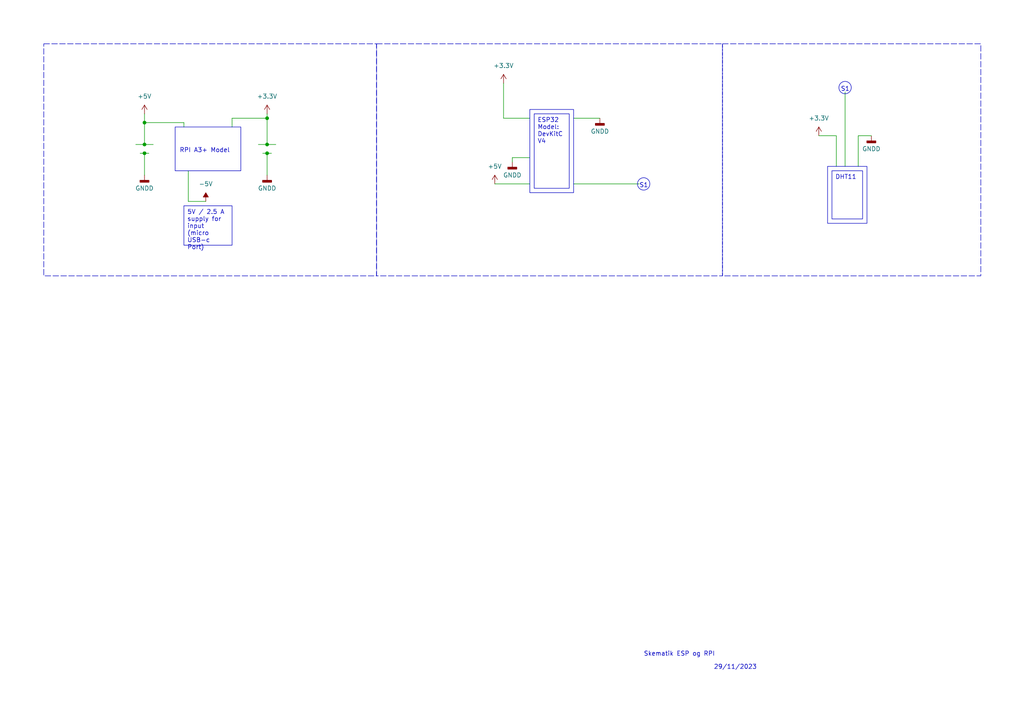
<source format=kicad_sch>
(kicad_sch (version 20230121) (generator eeschema)
  (paper "A4")
  (lib_symbols
    (symbol "power:+3.3V" (power) (pin_names (offset 0))
      (property "Value" "+3.3V" (at 0 3.556 0))
      (symbol "+3.3V_0_1"
        (polyline (pts (xy -0.762 1.27) (xy 0 2.54)))
        (polyline (pts (xy 0 0) (xy 0 2.54)))
        (polyline (pts (xy 0 2.54) (xy 0.762 1.27)))
      )
      (symbol "+3.3V_1_1"
        (pin power_in line (at 0 0 90) (length 0) hide (name "+3.3V") (number "1"))
      )
    )
    (symbol "power:+5V" (power) (pin_names (offset 0))
      (property "Value" "+5V" (at 0 3.556 0))
      (symbol "+5V_0_1"
        (polyline (pts (xy -0.762 1.27) (xy 0 2.54)))
        (polyline (pts (xy 0 0) (xy 0 2.54)))
        (polyline (pts (xy 0 2.54) (xy 0.762 1.27)))
      )
      (symbol "+5V_1_1"
        (pin power_in line (at 0 0 90) (length 0) hide (name "+5V") (number "1"))
      )
    )
    (symbol "power:-5V" (power) (pin_names (offset 0))
      (property "Value" "-5V" (at 0 3.81 0))
      (symbol "-5V_0_0"
        (pin power_in line (at 0 0 90) (length 0) hide (name "-5V") (number "1"))
      )
      (symbol "-5V_0_1"
        (polyline (pts (xy 0 0) (xy 0 1.27) (xy 0.762 1.27) (xy 0 2.54) (xy -0.762 1.27) (xy 0 1.27)) (fill (type outline)))
      )
    )
    (symbol "power:GNDD" (power) (pin_names (offset 0))
      (property "Value" "GNDD" (at 0 -3.175 0))
      (symbol "GNDD_0_1"
        (rectangle (start -1.27 -1.524) (end 1.27 -2.032) (stroke (width 0.254)) (fill (type outline)))
        (polyline (pts (xy 0 0) (xy 0 -1.524)))
      )
      (symbol "GNDD_1_1"
        (pin power_in line (at 0 0 270) (length 0) hide (name "GNDD") (number "1"))
      )
    )
  )
  (junction (at 77.47 41.91))
  (junction (at 41.91 44.45))
  (junction (at 77.47 44.45))
  (junction (at 41.91 41.91))
  (junction (at 41.91 35.56))
  (junction (at 77.47 34.29))
  (wire (pts (xy 41.91 44.45) (xy 43.18 44.45)))
  (wire (pts (xy 54.61 58.42) (xy 59.69 58.42)))
  (wire (pts (xy 143.51 53.34) (xy 153.67 53.34)))
  (wire (pts (xy 67.31 36.83) (xy 67.31 34.29)))
  (wire (pts (xy 148.59 46.99) (xy 148.59 45.72)))
  (wire (pts (xy 148.59 45.72) (xy 153.67 45.72)))
  (wire (pts (xy 41.91 35.56) (xy 41.91 41.91)))
  (wire (pts (xy 40.64 44.45) (xy 41.91 44.45)))
  (wire (pts (xy 77.47 44.45) (xy 78.74 44.45)))
  (wire (pts (xy 39.37 41.91) (xy 41.91 41.91)))
  (wire (pts (xy 77.47 33.02) (xy 77.47 34.29)))
  (wire (pts (xy 237.49 39.37) (xy 242.57 39.37)))
  (wire (pts (xy 166.37 34.29) (xy 173.99 34.29)))
  (wire (pts (xy 41.91 41.91) (xy 44.45 41.91)))
  (wire (pts (xy 76.2 44.45) (xy 77.47 44.45)))
  (wire (pts (xy 146.05 24.13) (xy 146.05 34.29)))
  (wire (pts (xy 166.37 53.34) (xy 185.42 53.34)))
  (wire (pts (xy 41.91 44.45) (xy 41.91 50.8)))
  (wire (pts (xy 54.61 49.53) (xy 54.61 58.42)))
  (wire (pts (xy 74.93 41.91) (xy 77.47 41.91)))
  (wire (pts (xy 242.57 39.37) (xy 242.57 48.26)))
  (wire (pts (xy 53.34 35.56) (xy 53.34 36.83)))
  (wire (pts (xy 248.92 48.26) (xy 248.92 39.37)))
  (wire (pts (xy 77.47 41.91) (xy 80.01 41.91)))
  (wire (pts (xy 248.92 39.37) (xy 252.73 39.37)))
  (wire (pts (xy 41.91 35.56) (xy 53.34 35.56)))
  (wire (pts (xy 245.11 26.67) (xy 245.11 48.26)))
  (wire (pts (xy 77.47 34.29) (xy 77.47 41.91)))
  (wire (pts (xy 77.47 50.8) (xy 77.47 44.45)))
  (wire (pts (xy 146.05 34.29) (xy 153.67 34.29)))
  (wire (pts (xy 67.31 34.29) (xy 77.47 34.29)))
  (wire (pts (xy 41.91 33.02) (xy 41.91 35.56)))
  (rectangle (start 50.8 36.83) (end 69.85 49.53))
  (rectangle (start 240.03 48.26) (end 251.46 64.77))
  (rectangle (start 153.67 31.75) (end 166.37 55.88))
  (rectangle (start 109.22 12.7) (end 209.55 80.01) (stroke (width 0) (type dash)))
  (rectangle (start 209.55 12.7) (end 284.48 80.01) (stroke (width 0) (type dash)))
  (circle (center 186.69 53.34) (radius 1.7961))
  (rectangle (start 12.7 12.7) (end 109.22 80.01) (stroke (width 0) (type dash)))
  (circle (center 245.11 25.4) (radius 1.7961))
  (text_box "DHT11\n" (at 241.3 49.53 0) (size 8.89 13.97) (effects (font (size 1.27 1.27)) (justify left top)))
  (text_box "ESP32\nModel:\nDevKitC\nV4" (at 154.94 33.02 0) (size 10.16 21.59) (effects (font (size 1.27 1.27)) (justify left top)))
  (text_box "5V / 2.5 A supply for input (micro USB-c Port)" (at 53.34 59.69 0) (size 13.97 11.43) (effects (font (size 1.27 1.27)) (justify left top)))
  (text "Skematik ESP og RPI \n" (at 186.69 190.5 0) (effects (font (size 1.27 1.27)) (justify left bottom)))
  (text "S1" (at 185.42 54.61 0) (effects (font (size 1.27 1.27)) (justify left bottom)))
  (text "RPI A3+ Model\n" (at 52.07 44.45 0) (effects (font (size 1.27 1.27)) (justify left bottom)))
  (text "S1" (at 243.84 26.67 0) (effects (font (size 1.27 1.27)) (justify left bottom)))
  (text "29/11/2023" (at 207.01 194.31 0) (effects (font (size 1.27 1.27)) (justify left bottom)))
  (symbol (lib_id "power:+3.3V") (at 237.49 39.37 0) (unit 1)
    (property "Reference" "#PWR010" (effects hide))
    (property "Value" "+3.3V" (at 237.49 34.29 0))
  )
  (symbol (lib_id "power:GNDD") (at 148.59 46.99 0) (unit 1)
    (property "Reference" "#PWR08" (effects hide))
    (property "Value" "GNDD" (at 148.59 50.8 0))
  )
  (symbol (lib_id "power:GNDD") (at 252.73 39.37 0) (unit 1)
    (property "Reference" "#PWR011" (effects hide))
    (property "Value" "GNDD" (at 252.73 43.18 0))
  )
  (symbol (lib_id "power:-5V") (at 59.69 58.42 0) (unit 1)
    (property "Reference" "#PWR05" (effects hide))
    (property "Value" "-5V" (at 59.69 53.34 0))
  )
  (symbol (lib_id "power:+5V") (at 143.51 53.34 0) (unit 1)
    (property "Reference" "#PWR06" (effects hide))
    (property "Value" "+5V" (at 143.51 48.26 0))
  )
  (symbol (lib_id "power:+3.3V") (at 146.05 24.13 0) (unit 1)
    (property "Reference" "#PWR09" (effects hide))
    (property "Value" "+3.3V" (at 146.05 19.05 0))
  )
  (symbol (lib_id "power:+5V") (at 41.91 33.02 0) (unit 1)
    (property "Reference" "#PWR02" (effects hide))
    (property "Value" "+5V" (at 41.91 27.94 0))
  )
  (symbol (lib_id "power:GNDD") (at 173.99 34.29 0) (unit 1)
    (property "Reference" "#PWR07" (effects hide))
    (property "Value" "GNDD" (at 173.99 38.1 0))
  )
  (symbol (lib_id "power:GNDD") (at 41.91 50.8 0) (unit 1)
    (property "Reference" "#PWR03" (effects hide))
    (property "Value" "GNDD" (at 41.91 54.61 0))
  )
  (symbol (lib_id "power:GNDD") (at 77.47 50.8 0) (unit 1)
    (property "Reference" "#PWR04" (effects hide))
    (property "Value" "GNDD" (at 77.47 54.61 0))
  )
  (symbol (lib_id "power:+3.3V") (at 77.47 33.02 0) (unit 1)
    (property "Reference" "#PWR01" (effects hide))
    (property "Value" "+3.3V" (at 77.47 27.94 0))
  )
)
</source>
